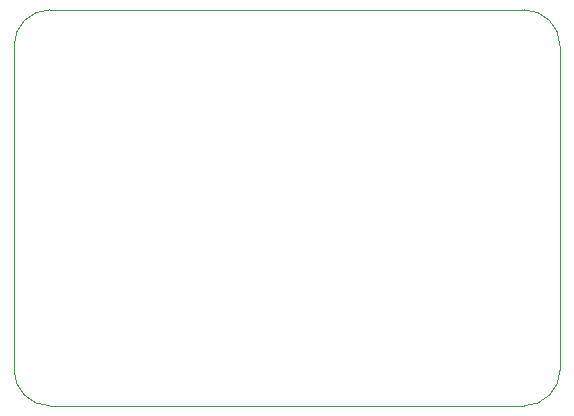
<source format=gbr>
%TF.GenerationSoftware,KiCad,Pcbnew,(5.1.6-0-10_14)*%
%TF.CreationDate,2021-11-28T10:34:50-06:00*%
%TF.ProjectId,EE514 Project,45453531-3420-4507-926f-6a6563742e6b,rev?*%
%TF.SameCoordinates,Original*%
%TF.FileFunction,Profile,NP*%
%FSLAX46Y46*%
G04 Gerber Fmt 4.6, Leading zero omitted, Abs format (unit mm)*
G04 Created by KiCad (PCBNEW (5.1.6-0-10_14)) date 2021-11-28 10:34:50*
%MOMM*%
%LPD*%
G01*
G04 APERTURE LIST*
%TA.AperFunction,Profile*%
%ADD10C,0.050000*%
%TD*%
G04 APERTURE END LIST*
D10*
X167894000Y-123444000D02*
G75*
G02*
X164846000Y-126492000I-3048000J0D01*
G01*
X164846000Y-92964000D02*
G75*
G02*
X167894000Y-96012000I0J-3048000D01*
G01*
X121666000Y-96012000D02*
G75*
G02*
X124714000Y-92964000I3048000J0D01*
G01*
X124714000Y-126492000D02*
G75*
G02*
X121666000Y-123444000I0J3048000D01*
G01*
X164846000Y-126492000D02*
X124714000Y-126492000D01*
X167894000Y-96012000D02*
X167894000Y-123444000D01*
X124714000Y-92964000D02*
X164846000Y-92964000D01*
X121666000Y-123444000D02*
X121666000Y-96012000D01*
M02*

</source>
